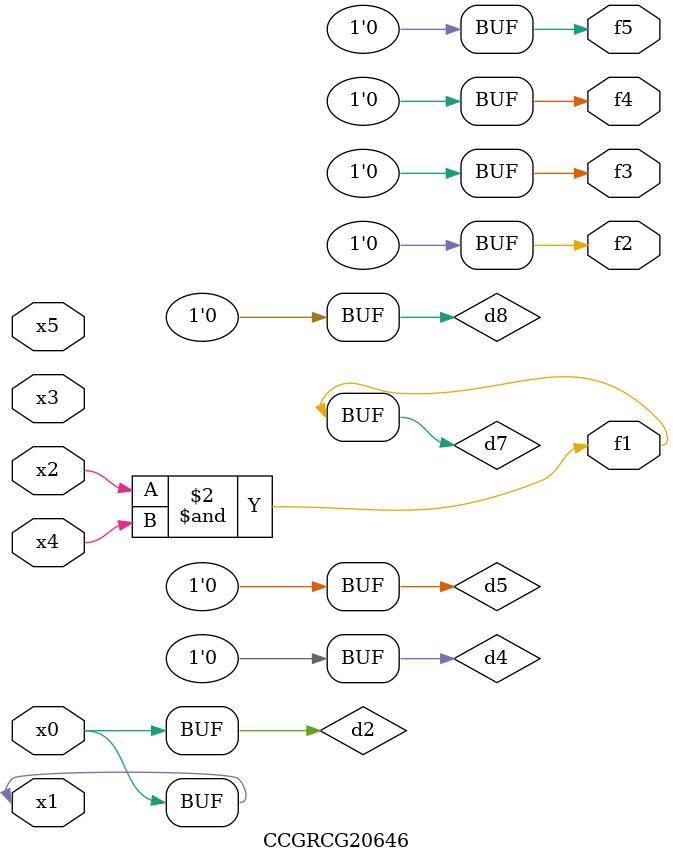
<source format=v>
module CCGRCG20646(
	input x0, x1, x2, x3, x4, x5,
	output f1, f2, f3, f4, f5
);

	wire d1, d2, d3, d4, d5, d6, d7, d8, d9;

	nand (d1, x1);
	buf (d2, x0, x1);
	nand (d3, x2, x4);
	and (d4, d1, d2);
	and (d5, d1, d2);
	nand (d6, d1, d3);
	not (d7, d3);
	xor (d8, d5);
	nor (d9, d5, d6);
	assign f1 = d7;
	assign f2 = d8;
	assign f3 = d8;
	assign f4 = d8;
	assign f5 = d8;
endmodule

</source>
